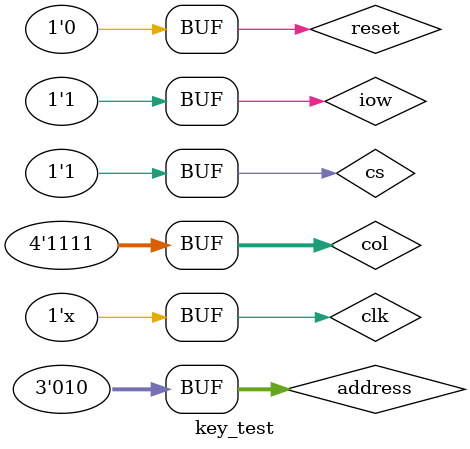
<source format=v>
`timescale 1ns / 1ps


module key_test(

    );
reg[3:0] col;
    reg clk = 1;
    reg reset;
    always #5 clk = ~clk;
    initial
    begin
    col = 4'b1111;
    reset = 1;
    #10 reset = 0;
    col[0] = line[0];
    #30 col[0] = 1;
    end


    wire cs = 1;
    wire iow = 1;
    wire[2:0] address = 2'b10;
    
    wire[3:0] line;
    wire[15:0] ioread_data;
    key16 key(
        .clk(clk),
        .reset(reset),
        .address(address),
        .cs(cs),
        .ior(1),
        .col(col),
        .line(line),
        .ioread_data(ioread_data)
    );

endmodule

</source>
